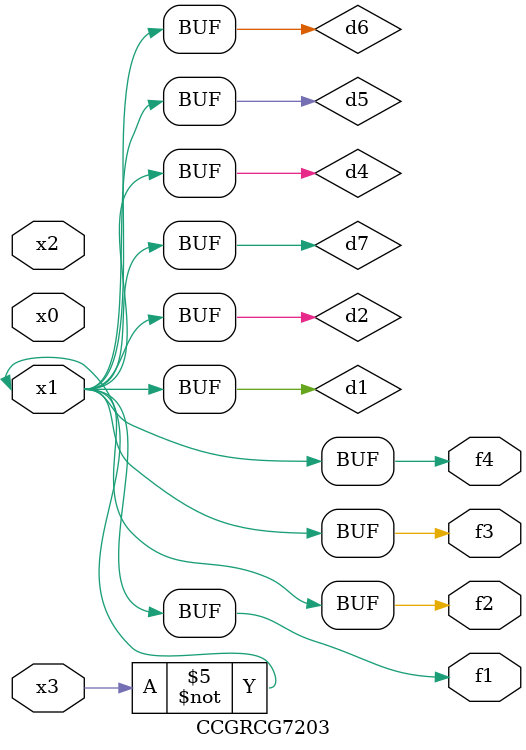
<source format=v>
module CCGRCG7203(
	input x0, x1, x2, x3,
	output f1, f2, f3, f4
);

	wire d1, d2, d3, d4, d5, d6, d7;

	not (d1, x3);
	buf (d2, x1);
	xnor (d3, d1, d2);
	nor (d4, d1);
	buf (d5, d1, d2);
	buf (d6, d4, d5);
	nand (d7, d4);
	assign f1 = d6;
	assign f2 = d7;
	assign f3 = d6;
	assign f4 = d6;
endmodule

</source>
